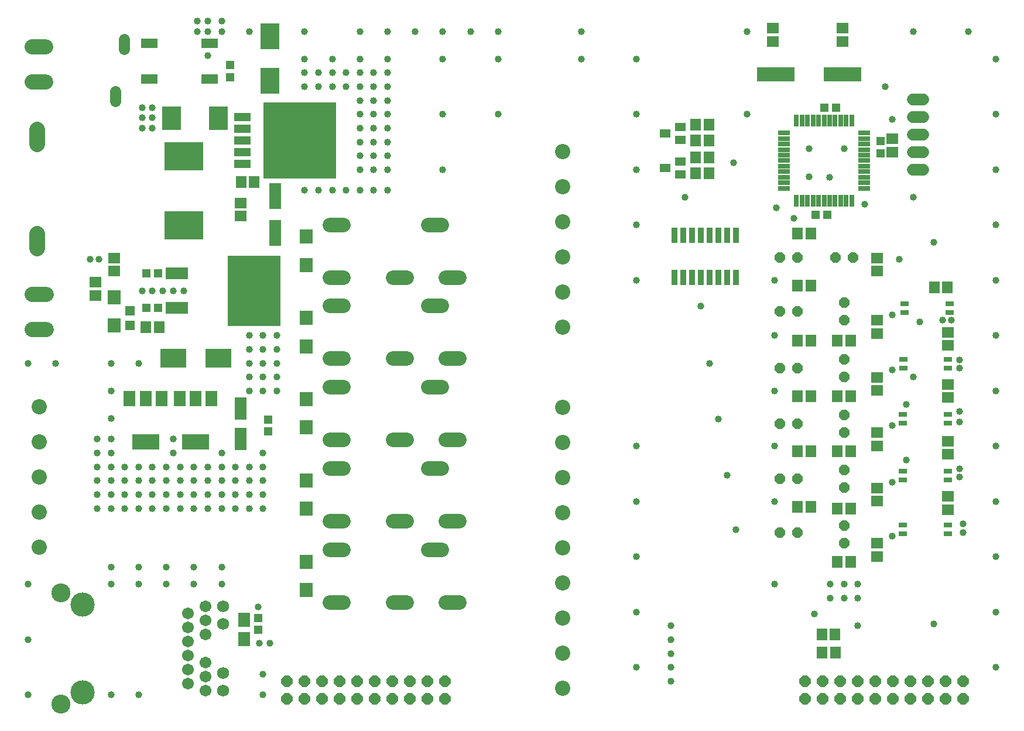
<source format=gts>
G75*
%MOIN*%
%OFA0B0*%
%FSLAX25Y25*%
%IPPOS*%
%LPD*%
%AMOC8*
5,1,8,0,0,1.08239X$1,22.5*
%
%ADD10R,0.02769X0.06706*%
%ADD11R,0.06706X0.02769*%
%ADD12R,0.04934X0.05052*%
%ADD13C,0.06800*%
%ADD14R,0.06706X0.05918*%
%ADD15R,0.04737X0.02769*%
%ADD16R,0.05918X0.07099*%
%ADD17R,0.07099X0.05918*%
%ADD18R,0.03400X0.08800*%
%ADD19R,0.22454X0.15957*%
%ADD20R,0.07099X0.14580*%
%ADD21R,0.10643X0.13792*%
%ADD22R,0.41784X0.43320*%
%ADD23R,0.09300X0.05000*%
%ADD24R,0.10643X0.14580*%
%ADD25R,0.04737X0.05131*%
%ADD26C,0.08674*%
%ADD27R,0.09540X0.05524*%
%ADD28C,0.09068*%
%ADD29C,0.06343*%
%ADD30C,0.08477*%
%ADD31R,0.07493X0.07887*%
%ADD32R,0.06706X0.08674*%
%ADD33R,0.15761X0.08674*%
%ADD34R,0.07099X0.12611*%
%ADD35R,0.05918X0.06706*%
%ADD36C,0.06737*%
%ADD37C,0.06883*%
%ADD38C,0.13792*%
%ADD39C,0.10839*%
%ADD40R,0.06706X0.08477*%
%ADD41R,0.06312X0.04737*%
%ADD42OC8,0.06000*%
%ADD43R,0.30328X0.40170*%
%ADD44R,0.12611X0.06706*%
%ADD45R,0.14580X0.10643*%
%ADD46R,0.05524X0.05524*%
%ADD47C,0.08674*%
%ADD48R,0.05052X0.04934*%
%ADD49OC8,0.06400*%
%ADD50R,0.05131X0.04737*%
%ADD51R,0.21800X0.08400*%
%ADD52C,0.03975*%
D10*
X0484857Y0321412D03*
X0488007Y0321412D03*
X0491156Y0321412D03*
X0494306Y0321412D03*
X0497456Y0321412D03*
X0500605Y0321412D03*
X0503755Y0321412D03*
X0506904Y0321412D03*
X0510054Y0321412D03*
X0513204Y0321412D03*
X0516353Y0321412D03*
X0516353Y0367082D03*
X0513204Y0367082D03*
X0510054Y0367082D03*
X0506904Y0367082D03*
X0503755Y0367082D03*
X0500605Y0367082D03*
X0497456Y0367082D03*
X0494306Y0367082D03*
X0491156Y0367082D03*
X0488007Y0367082D03*
X0484857Y0367082D03*
D11*
X0477771Y0359995D03*
X0477771Y0356845D03*
X0477771Y0353696D03*
X0477771Y0350546D03*
X0477771Y0347397D03*
X0477771Y0344247D03*
X0477771Y0341097D03*
X0477771Y0337948D03*
X0477771Y0334798D03*
X0477771Y0331649D03*
X0477771Y0328499D03*
X0523440Y0328499D03*
X0523440Y0331649D03*
X0523440Y0334798D03*
X0523440Y0337948D03*
X0523440Y0341097D03*
X0523440Y0344247D03*
X0523440Y0347397D03*
X0523440Y0350546D03*
X0523440Y0353696D03*
X0523440Y0356845D03*
X0523440Y0359995D03*
D12*
X0507495Y0374562D03*
X0500605Y0374562D03*
X0502574Y0313538D03*
X0495684Y0313538D03*
D13*
X0551050Y0339089D02*
X0557050Y0339089D01*
X0557050Y0349089D02*
X0551050Y0349089D01*
X0551050Y0359089D02*
X0557050Y0359089D01*
X0557050Y0369089D02*
X0551050Y0369089D01*
X0551050Y0379089D02*
X0557050Y0379089D01*
D14*
X0539483Y0356649D03*
X0539483Y0349168D03*
X0530625Y0288735D03*
X0530625Y0281255D03*
X0510940Y0412160D03*
X0510940Y0419641D03*
X0471570Y0419641D03*
X0471570Y0412160D03*
D15*
X0546412Y0262889D03*
X0546412Y0257889D03*
X0571924Y0257889D03*
X0571924Y0262889D03*
X0571176Y0230999D03*
X0571176Y0225999D03*
X0545664Y0225999D03*
X0545664Y0230999D03*
X0545428Y0199897D03*
X0545428Y0194897D03*
X0570940Y0194897D03*
X0570940Y0199897D03*
X0570940Y0167416D03*
X0570940Y0162416D03*
X0545428Y0162416D03*
X0545428Y0167416D03*
X0545428Y0136904D03*
X0545428Y0131904D03*
X0570940Y0131904D03*
X0570940Y0136904D03*
D16*
X0515664Y0146215D03*
X0508184Y0146215D03*
X0508184Y0115704D03*
X0515664Y0115704D03*
X0515664Y0178696D03*
X0508184Y0178696D03*
X0508184Y0210192D03*
X0515664Y0210192D03*
X0515664Y0241688D03*
X0508184Y0241688D03*
X0563302Y0272200D03*
X0570782Y0272200D03*
X0176097Y0332239D03*
X0168617Y0332239D03*
D17*
X0168420Y0320231D03*
X0168420Y0312751D03*
X0096570Y0288735D03*
X0096570Y0281255D03*
X0085743Y0274956D03*
X0085743Y0267475D03*
X0530625Y0253302D03*
X0530625Y0245822D03*
X0530625Y0220822D03*
X0530625Y0213341D03*
X0530625Y0189326D03*
X0530625Y0181845D03*
X0530625Y0157830D03*
X0530625Y0150349D03*
X0530625Y0126334D03*
X0530625Y0118853D03*
X0570979Y0145428D03*
X0570979Y0152908D03*
X0570979Y0176924D03*
X0570979Y0184404D03*
X0570979Y0209404D03*
X0570979Y0216885D03*
X0570979Y0238932D03*
X0570979Y0246412D03*
D18*
X0450290Y0277619D03*
X0445290Y0277619D03*
X0440290Y0277619D03*
X0435290Y0277619D03*
X0430290Y0277619D03*
X0425290Y0277619D03*
X0420290Y0277619D03*
X0415290Y0277619D03*
X0415290Y0301819D03*
X0420290Y0301819D03*
X0425290Y0301819D03*
X0430290Y0301819D03*
X0435290Y0301819D03*
X0440290Y0301819D03*
X0445290Y0301819D03*
X0450290Y0301819D03*
D19*
X0136097Y0307416D03*
X0136097Y0346589D03*
D20*
X0188105Y0324168D03*
X0188105Y0302908D03*
D21*
X0155861Y0368263D03*
X0129089Y0368263D03*
D22*
X0202082Y0355822D03*
D23*
X0169282Y0355822D03*
X0169282Y0349122D03*
X0169282Y0342422D03*
X0169282Y0362522D03*
X0169282Y0369222D03*
D24*
X0185152Y0389641D03*
X0185152Y0415231D03*
D25*
X0162515Y0398578D03*
X0162515Y0391885D03*
X0184168Y0196806D03*
X0184168Y0190113D03*
X0178263Y0083617D03*
X0178263Y0076924D03*
D26*
X0057676Y0248125D02*
X0049802Y0248125D01*
X0049802Y0268125D02*
X0057676Y0268125D01*
X0057510Y0389070D02*
X0049636Y0389070D01*
X0049636Y0409070D02*
X0057510Y0409070D01*
D27*
X0116255Y0410979D03*
X0116255Y0390822D03*
X0150625Y0390822D03*
X0150625Y0410979D03*
D28*
X0052278Y0362042D02*
X0052278Y0353774D01*
X0052278Y0302790D02*
X0052278Y0294523D01*
D29*
X0097003Y0378050D02*
X0097003Y0383593D01*
X0102121Y0407814D02*
X0102121Y0413357D01*
D30*
X0219050Y0307869D02*
X0226727Y0307869D01*
X0226727Y0277869D02*
X0219050Y0277869D01*
X0219050Y0261609D02*
X0226727Y0261609D01*
X0255212Y0277869D02*
X0262889Y0277869D01*
X0275212Y0261609D02*
X0282889Y0261609D01*
X0285212Y0277869D02*
X0292889Y0277869D01*
X0282889Y0307869D02*
X0275212Y0307869D01*
X0285212Y0231609D02*
X0292889Y0231609D01*
X0282889Y0215349D02*
X0275212Y0215349D01*
X0262889Y0231609D02*
X0255212Y0231609D01*
X0226727Y0231609D02*
X0219050Y0231609D01*
X0219050Y0215349D02*
X0226727Y0215349D01*
X0226727Y0185349D02*
X0219050Y0185349D01*
X0219050Y0169089D02*
X0226727Y0169089D01*
X0255212Y0185349D02*
X0262889Y0185349D01*
X0275212Y0169089D02*
X0282889Y0169089D01*
X0285212Y0185349D02*
X0292889Y0185349D01*
X0292889Y0139089D02*
X0285212Y0139089D01*
X0282889Y0122830D02*
X0275212Y0122830D01*
X0262889Y0139089D02*
X0255212Y0139089D01*
X0226727Y0139089D02*
X0219050Y0139089D01*
X0219050Y0122830D02*
X0226727Y0122830D01*
X0226727Y0092830D02*
X0219050Y0092830D01*
X0255212Y0092830D02*
X0262889Y0092830D01*
X0285212Y0092830D02*
X0292889Y0092830D01*
D31*
X0205822Y0099759D03*
X0205822Y0115900D03*
X0205822Y0146019D03*
X0205822Y0162160D03*
X0205822Y0192278D03*
X0205822Y0208420D03*
X0205822Y0238538D03*
X0205822Y0254680D03*
X0205822Y0284798D03*
X0205822Y0300940D03*
X0096570Y0266491D03*
X0096570Y0250349D03*
D32*
X0105231Y0208814D03*
X0114286Y0208814D03*
X0123341Y0208814D03*
X0133774Y0208814D03*
X0142830Y0208814D03*
X0151885Y0208814D03*
D33*
X0142830Y0184011D03*
X0114286Y0184011D03*
D34*
X0168420Y0185782D03*
X0168420Y0203105D03*
D35*
X0121963Y0249562D03*
X0114483Y0249562D03*
X0427475Y0337160D03*
X0434956Y0337160D03*
X0434956Y0346019D03*
X0427475Y0346019D03*
X0427475Y0355861D03*
X0434956Y0355861D03*
X0434956Y0364719D03*
X0427475Y0364719D03*
X0485546Y0302712D03*
X0493026Y0302712D03*
X0493026Y0273184D03*
X0485546Y0273184D03*
X0485546Y0241688D03*
X0493026Y0241688D03*
X0493026Y0210192D03*
X0485546Y0210192D03*
X0485546Y0178696D03*
X0493026Y0178696D03*
X0493026Y0147200D03*
X0485546Y0147200D03*
X0499326Y0074365D03*
X0506806Y0074365D03*
X0507003Y0064168D03*
X0499523Y0064168D03*
D36*
X0148460Y0058460D03*
X0148460Y0050467D03*
X0148460Y0042475D03*
X0138460Y0046491D03*
X0138460Y0054483D03*
X0138460Y0062475D03*
X0138460Y0070467D03*
X0138460Y0078460D03*
X0138460Y0086452D03*
X0148460Y0090428D03*
X0148460Y0082436D03*
X0148460Y0074444D03*
D37*
X0158460Y0080428D03*
X0158460Y0090428D03*
X0158460Y0052475D03*
X0158460Y0042475D03*
D38*
X0078460Y0041491D03*
X0078460Y0091452D03*
D39*
X0065940Y0098204D03*
X0065940Y0034739D03*
D40*
X0170389Y0071904D03*
X0170389Y0082731D03*
D41*
X0418814Y0336373D03*
X0418814Y0343853D03*
X0410152Y0340113D03*
X0418814Y0356058D03*
X0418814Y0363538D03*
X0410152Y0359798D03*
D42*
X0475428Y0288932D03*
X0485428Y0288932D03*
X0506924Y0288932D03*
X0516924Y0288932D03*
X0511924Y0263420D03*
X0511924Y0253420D03*
X0511924Y0230940D03*
X0511924Y0220940D03*
X0511924Y0199444D03*
X0511924Y0189444D03*
X0511924Y0167948D03*
X0511924Y0157948D03*
X0511924Y0136452D03*
X0511924Y0126452D03*
X0485428Y0132436D03*
X0475428Y0132436D03*
X0475428Y0162948D03*
X0485428Y0162948D03*
X0485428Y0194444D03*
X0475428Y0194444D03*
X0475428Y0225940D03*
X0485428Y0225940D03*
X0485428Y0258420D03*
X0475428Y0258420D03*
D43*
X0176097Y0270231D03*
D44*
X0132003Y0260389D03*
X0132003Y0280074D03*
D45*
X0130034Y0231845D03*
X0155625Y0231845D03*
D46*
X0105428Y0250349D03*
X0105428Y0258617D03*
D47*
X0053755Y0204094D03*
X0053755Y0184094D03*
X0053755Y0164094D03*
X0053755Y0144094D03*
X0053755Y0124094D03*
X0351589Y0123818D03*
X0351589Y0103818D03*
X0351589Y0083739D03*
X0351589Y0063739D03*
X0351589Y0043739D03*
X0351589Y0143818D03*
X0351589Y0163858D03*
X0351589Y0183858D03*
X0351589Y0203858D03*
X0351589Y0249291D03*
X0351589Y0269291D03*
X0351589Y0289291D03*
X0351589Y0309527D03*
X0351589Y0329527D03*
X0351589Y0349527D03*
D48*
X0532593Y0348479D03*
X0532593Y0355369D03*
D49*
X0529857Y0047869D03*
X0539857Y0047869D03*
X0549857Y0047869D03*
X0559857Y0047869D03*
X0569857Y0047869D03*
X0579857Y0047869D03*
X0579857Y0037869D03*
X0569857Y0037869D03*
X0559857Y0037869D03*
X0549857Y0037869D03*
X0539857Y0037869D03*
X0529857Y0037869D03*
X0519857Y0037869D03*
X0509857Y0037869D03*
X0499857Y0037869D03*
X0489857Y0037869D03*
X0489857Y0047869D03*
X0499857Y0047869D03*
X0509857Y0047869D03*
X0519857Y0047869D03*
X0284778Y0047869D03*
X0274778Y0047869D03*
X0264778Y0047869D03*
X0254778Y0047869D03*
X0244778Y0047869D03*
X0234778Y0047869D03*
X0224778Y0047869D03*
X0214778Y0047869D03*
X0204778Y0047869D03*
X0194778Y0047869D03*
X0194778Y0037869D03*
X0204778Y0037869D03*
X0214778Y0037869D03*
X0224778Y0037869D03*
X0234778Y0037869D03*
X0244778Y0037869D03*
X0254778Y0037869D03*
X0264778Y0037869D03*
X0274778Y0037869D03*
X0284778Y0037869D03*
D50*
X0121570Y0260389D03*
X0114877Y0260389D03*
X0114877Y0280074D03*
X0121570Y0280074D03*
D51*
X0473239Y0393263D03*
X0511239Y0393263D03*
D52*
X0047357Y0039916D03*
X0047357Y0071412D03*
X0047357Y0102908D03*
X0094601Y0102908D03*
X0110349Y0102908D03*
X0110349Y0112751D03*
X0094601Y0112751D03*
X0126097Y0112751D03*
X0126097Y0102908D03*
X0141845Y0102908D03*
X0157593Y0102908D03*
X0157593Y0112751D03*
X0141845Y0112751D03*
X0178263Y0090113D03*
X0179247Y0069444D03*
X0185152Y0069444D03*
X0181215Y0051727D03*
X0181215Y0039916D03*
X0110349Y0039916D03*
X0094601Y0039916D03*
X0094601Y0146215D03*
X0086727Y0146215D03*
X0086727Y0154089D03*
X0094601Y0154089D03*
X0102475Y0154089D03*
X0110349Y0154089D03*
X0110349Y0146215D03*
X0102475Y0146215D03*
X0118223Y0146215D03*
X0126097Y0146215D03*
X0133971Y0146215D03*
X0141845Y0146215D03*
X0149719Y0146215D03*
X0157593Y0146215D03*
X0165467Y0146215D03*
X0173341Y0146215D03*
X0181215Y0146215D03*
X0181215Y0154089D03*
X0173341Y0154089D03*
X0165467Y0154089D03*
X0157593Y0154089D03*
X0149719Y0154089D03*
X0141845Y0154089D03*
X0133971Y0154089D03*
X0126097Y0154089D03*
X0118223Y0154089D03*
X0118223Y0161963D03*
X0126097Y0161963D03*
X0133971Y0161963D03*
X0141845Y0161963D03*
X0149719Y0161963D03*
X0157593Y0161963D03*
X0165467Y0161963D03*
X0173341Y0161963D03*
X0181215Y0161963D03*
X0181215Y0169837D03*
X0173341Y0169837D03*
X0165467Y0169837D03*
X0157593Y0169837D03*
X0149719Y0169837D03*
X0141845Y0169837D03*
X0133971Y0169837D03*
X0126097Y0169837D03*
X0118223Y0169837D03*
X0110349Y0169837D03*
X0102475Y0169837D03*
X0094601Y0169837D03*
X0086727Y0169837D03*
X0086727Y0161963D03*
X0094601Y0161963D03*
X0102475Y0161963D03*
X0110349Y0161963D03*
X0094601Y0177712D03*
X0086727Y0177712D03*
X0086727Y0185586D03*
X0094601Y0185586D03*
X0094601Y0197397D03*
X0094601Y0213145D03*
X0094601Y0228893D03*
X0110349Y0228893D03*
X0063105Y0228893D03*
X0047357Y0228893D03*
X0112318Y0270231D03*
X0118223Y0270231D03*
X0124129Y0270231D03*
X0130034Y0270231D03*
X0135940Y0270231D03*
X0173341Y0244641D03*
X0173341Y0236767D03*
X0181215Y0236767D03*
X0181215Y0244641D03*
X0189089Y0244641D03*
X0189089Y0236767D03*
X0189089Y0228893D03*
X0181215Y0228893D03*
X0173341Y0228893D03*
X0173341Y0221019D03*
X0181215Y0221019D03*
X0189089Y0221019D03*
X0189089Y0213145D03*
X0181215Y0213145D03*
X0173341Y0213145D03*
X0130034Y0185586D03*
X0130034Y0177712D03*
X0157593Y0177712D03*
X0181215Y0177712D03*
X0087712Y0287948D03*
X0082790Y0287948D03*
X0112318Y0362751D03*
X0118223Y0362751D03*
X0118223Y0368656D03*
X0112318Y0368656D03*
X0112318Y0374562D03*
X0118223Y0374562D03*
X0149719Y0404089D03*
X0149719Y0417869D03*
X0143814Y0417869D03*
X0143814Y0423774D03*
X0149719Y0423774D03*
X0157593Y0423774D03*
X0157593Y0417869D03*
X0173341Y0417869D03*
X0204837Y0417869D03*
X0204837Y0402121D03*
X0204837Y0394247D03*
X0212712Y0394247D03*
X0220586Y0394247D03*
X0228460Y0394247D03*
X0236334Y0394247D03*
X0244208Y0394247D03*
X0252082Y0394247D03*
X0252082Y0402121D03*
X0236334Y0402121D03*
X0220586Y0402121D03*
X0220586Y0386373D03*
X0212712Y0386373D03*
X0204837Y0386373D03*
X0228460Y0386373D03*
X0236334Y0386373D03*
X0244208Y0386373D03*
X0252082Y0386373D03*
X0252082Y0378499D03*
X0252082Y0370625D03*
X0244208Y0370625D03*
X0244208Y0378499D03*
X0236334Y0378499D03*
X0236334Y0370625D03*
X0236334Y0362751D03*
X0244208Y0362751D03*
X0252082Y0362751D03*
X0252082Y0354877D03*
X0244208Y0354877D03*
X0236334Y0354877D03*
X0236334Y0347003D03*
X0244208Y0347003D03*
X0252082Y0347003D03*
X0252082Y0339129D03*
X0244208Y0339129D03*
X0236334Y0339129D03*
X0236334Y0327318D03*
X0244208Y0327318D03*
X0252082Y0327318D03*
X0228460Y0327318D03*
X0220586Y0327318D03*
X0212712Y0327318D03*
X0204837Y0327318D03*
X0283578Y0339129D03*
X0283578Y0370625D03*
X0315074Y0370625D03*
X0315074Y0402121D03*
X0315074Y0417869D03*
X0299326Y0417869D03*
X0283578Y0417869D03*
X0267830Y0417869D03*
X0252082Y0417869D03*
X0236334Y0417869D03*
X0283578Y0402121D03*
X0362318Y0402121D03*
X0362318Y0417869D03*
X0393814Y0402121D03*
X0393814Y0370625D03*
X0393814Y0339129D03*
X0421373Y0323381D03*
X0448932Y0343066D03*
X0473538Y0317475D03*
X0483381Y0311570D03*
X0492239Y0335192D03*
X0503755Y0334639D03*
X0511924Y0350940D03*
X0492239Y0350940D03*
X0456806Y0370625D03*
X0456806Y0417869D03*
X0535546Y0386373D03*
X0539483Y0367672D03*
X0551294Y0323381D03*
X0523735Y0319444D03*
X0563105Y0297790D03*
X0543420Y0287948D03*
X0539483Y0256452D03*
X0555231Y0252515D03*
X0568026Y0253499D03*
X0572948Y0253499D03*
X0598538Y0244641D03*
X0577869Y0230861D03*
X0577869Y0225940D03*
X0598538Y0213145D03*
X0577869Y0201334D03*
X0577869Y0195428D03*
X0598538Y0181649D03*
X0577869Y0168853D03*
X0577869Y0163932D03*
X0598538Y0150152D03*
X0579837Y0137357D03*
X0579837Y0132436D03*
X0598538Y0118656D03*
X0598538Y0087160D03*
X0563105Y0080271D03*
X0598538Y0055664D03*
X0519798Y0079286D03*
X0519798Y0095034D03*
X0511924Y0095034D03*
X0511924Y0102908D03*
X0519798Y0102908D03*
X0504050Y0102908D03*
X0504050Y0095034D03*
X0495192Y0086176D03*
X0472554Y0102908D03*
X0450290Y0134030D03*
X0472554Y0150152D03*
X0445290Y0165212D03*
X0472554Y0181649D03*
X0440290Y0197180D03*
X0472554Y0213145D03*
X0435290Y0228755D03*
X0472554Y0244641D03*
X0430290Y0261314D03*
X0393814Y0276137D03*
X0393814Y0307633D03*
X0472554Y0276137D03*
X0539483Y0224956D03*
X0551294Y0221019D03*
X0547357Y0205271D03*
X0539483Y0193460D03*
X0547357Y0173774D03*
X0539483Y0160979D03*
X0539483Y0130467D03*
X0413499Y0079286D03*
X0413499Y0071412D03*
X0413499Y0063538D03*
X0413499Y0055664D03*
X0413499Y0047790D03*
X0393814Y0055664D03*
X0393814Y0087160D03*
X0393814Y0118656D03*
X0393814Y0150152D03*
X0393814Y0181649D03*
X0598538Y0276137D03*
X0598538Y0307633D03*
X0598538Y0339129D03*
X0598538Y0370625D03*
X0598538Y0402121D03*
X0582790Y0417869D03*
X0551294Y0417869D03*
M02*

</source>
